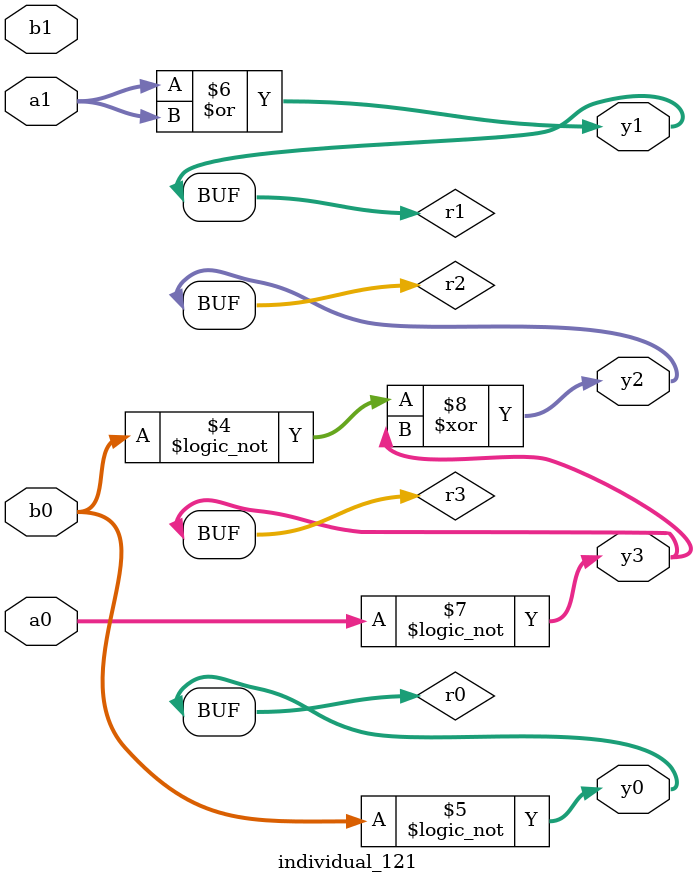
<source format=sv>
module individual_121(input logic [15:0] a1, input logic [15:0] a0, input logic [15:0] b1, input logic [15:0] b0, output logic [15:0] y3, output logic [15:0] y2, output logic [15:0] y1, output logic [15:0] y0);
logic [15:0] r0, r1, r2, r3; 
 always@(*) begin 
	 r0 = a0; r1 = a1; r2 = b0; r3 = b1; 
 	 r0 = ! r1 ;
 	 r3  &=  r3 ;
 	 r2 = ! r2 ;
 	 r0 = ! b0 ;
 	 r1  |=  r1 ;
 	 r3 = ! a0 ;
 	 r2  ^=  r3 ;
 	 y3 = r3; y2 = r2; y1 = r1; y0 = r0; 
end
endmodule
</source>
